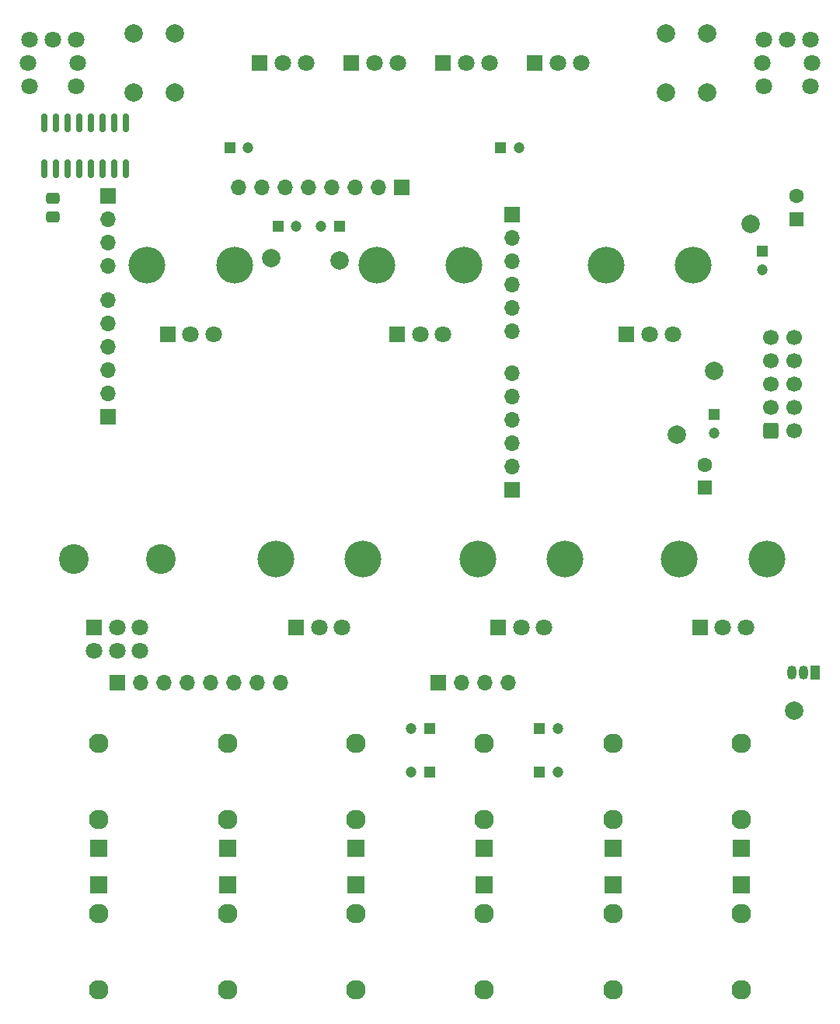
<source format=gts>
G04 #@! TF.GenerationSoftware,KiCad,Pcbnew,8.0.5*
G04 #@! TF.CreationDate,2024-11-24T11:32:17+01:00*
G04 #@! TF.ProjectId,wolkje,776f6c6b-6a65-42e6-9b69-6361645f7063,rev?*
G04 #@! TF.SameCoordinates,Original*
G04 #@! TF.FileFunction,Soldermask,Top*
G04 #@! TF.FilePolarity,Negative*
%FSLAX46Y46*%
G04 Gerber Fmt 4.6, Leading zero omitted, Abs format (unit mm)*
G04 Created by KiCad (PCBNEW 8.0.5) date 2024-11-24 11:32:17*
%MOMM*%
%LPD*%
G01*
G04 APERTURE LIST*
G04 Aperture macros list*
%AMRoundRect*
0 Rectangle with rounded corners*
0 $1 Rounding radius*
0 $2 $3 $4 $5 $6 $7 $8 $9 X,Y pos of 4 corners*
0 Add a 4 corners polygon primitive as box body*
4,1,4,$2,$3,$4,$5,$6,$7,$8,$9,$2,$3,0*
0 Add four circle primitives for the rounded corners*
1,1,$1+$1,$2,$3*
1,1,$1+$1,$4,$5*
1,1,$1+$1,$6,$7*
1,1,$1+$1,$8,$9*
0 Add four rect primitives between the rounded corners*
20,1,$1+$1,$2,$3,$4,$5,0*
20,1,$1+$1,$4,$5,$6,$7,0*
20,1,$1+$1,$6,$7,$8,$9,0*
20,1,$1+$1,$8,$9,$2,$3,0*%
G04 Aperture macros list end*
%ADD10O,4.000000X4.000000*%
%ADD11R,1.800000X1.800000*%
%ADD12C,1.800000*%
%ADD13R,1.930000X1.830000*%
%ADD14C,2.130000*%
%ADD15RoundRect,0.150000X-0.150000X0.825000X-0.150000X-0.825000X0.150000X-0.825000X0.150000X0.825000X0*%
%ADD16C,2.000000*%
%ADD17C,3.240000*%
%ADD18RoundRect,0.250000X0.475000X-0.337500X0.475000X0.337500X-0.475000X0.337500X-0.475000X-0.337500X0*%
%ADD19R,1.200000X1.200000*%
%ADD20C,1.200000*%
%ADD21R,1.050000X1.500000*%
%ADD22O,1.050000X1.500000*%
%ADD23R,1.700000X1.700000*%
%ADD24O,1.700000X1.700000*%
%ADD25RoundRect,0.250000X-0.600000X-0.600000X0.600000X-0.600000X0.600000X0.600000X-0.600000X0.600000X0*%
%ADD26C,1.700000*%
%ADD27R,1.600000X1.600000*%
%ADD28C,1.600000*%
G04 APERTURE END LIST*
D10*
X90250000Y-78000000D03*
X99750000Y-78000000D03*
D11*
X92500000Y-85500000D03*
D12*
X95000000Y-85500000D03*
X97500000Y-85500000D03*
D13*
X74000000Y-145520000D03*
D14*
X74000000Y-156920000D03*
X74000000Y-148620000D03*
D10*
X101250000Y-110000000D03*
X110750000Y-110000000D03*
D11*
X103500000Y-117500000D03*
D12*
X106000000Y-117500000D03*
X108500000Y-117500000D03*
D13*
X60000000Y-141480000D03*
D14*
X60000000Y-130080000D03*
X60000000Y-138380000D03*
D10*
X115250000Y-78000000D03*
X124750000Y-78000000D03*
D11*
X117500000Y-85500000D03*
D12*
X120000000Y-85500000D03*
X122500000Y-85500000D03*
D10*
X123250000Y-110000000D03*
X132750000Y-110000000D03*
D11*
X125500000Y-117500000D03*
D12*
X128000000Y-117500000D03*
X130500000Y-117500000D03*
D11*
X77460000Y-56000000D03*
D12*
X82540000Y-56000000D03*
X80000000Y-56000000D03*
D13*
X130000000Y-145520000D03*
D14*
X130000000Y-156920000D03*
X130000000Y-148620000D03*
D15*
X62945000Y-62525000D03*
X61675000Y-62525000D03*
X60405000Y-62525000D03*
X59135000Y-62525000D03*
X57865000Y-62525000D03*
X56595000Y-62525000D03*
X55325000Y-62525000D03*
X54055000Y-62525000D03*
X54055000Y-67475000D03*
X55325000Y-67475000D03*
X56595000Y-67475000D03*
X57865000Y-67475000D03*
X59135000Y-67475000D03*
X60405000Y-67475000D03*
X61675000Y-67475000D03*
X62945000Y-67475000D03*
D13*
X116000000Y-145520000D03*
D14*
X116000000Y-156920000D03*
X116000000Y-148620000D03*
D13*
X130000000Y-141480000D03*
D14*
X130000000Y-130080000D03*
X130000000Y-138380000D03*
D11*
X97460000Y-56000000D03*
D12*
X102540000Y-56000000D03*
X100000000Y-56000000D03*
X132460000Y-58540000D03*
X137540000Y-58540000D03*
X132460000Y-53460000D03*
X137540000Y-53460000D03*
X135000000Y-53460000D03*
X132300000Y-56000000D03*
X137700000Y-56000000D03*
D16*
X63750000Y-59250000D03*
X63750000Y-52750000D03*
X68250000Y-59250000D03*
X68250000Y-52750000D03*
D10*
X79250000Y-110000000D03*
X88750000Y-110000000D03*
D11*
X81500000Y-117500000D03*
D12*
X84000000Y-117500000D03*
X86500000Y-117500000D03*
D16*
X121750000Y-59250000D03*
X121750000Y-52750000D03*
X126250000Y-59250000D03*
X126250000Y-52750000D03*
D17*
X57250000Y-110000000D03*
X66750000Y-110000000D03*
D11*
X59500000Y-117500000D03*
D12*
X62000000Y-117500000D03*
X64500000Y-117500000D03*
X59500000Y-120000000D03*
X62000000Y-120000000D03*
X64500000Y-120000000D03*
D13*
X88000000Y-141480000D03*
D14*
X88000000Y-130080000D03*
X88000000Y-138380000D03*
D13*
X102000000Y-141480000D03*
D14*
X102000000Y-130080000D03*
X102000000Y-138380000D03*
D13*
X88000000Y-145520000D03*
D14*
X88000000Y-156920000D03*
X88000000Y-148620000D03*
D11*
X107460000Y-56000000D03*
D12*
X112540000Y-56000000D03*
X110000000Y-56000000D03*
D10*
X65250000Y-78000000D03*
X74750000Y-78000000D03*
D11*
X67500000Y-85500000D03*
D12*
X70000000Y-85500000D03*
X72500000Y-85500000D03*
D13*
X60000000Y-145520000D03*
D14*
X60000000Y-156920000D03*
X60000000Y-148620000D03*
D13*
X116000000Y-141480000D03*
D14*
X116000000Y-130080000D03*
X116000000Y-138380000D03*
D12*
X52460000Y-58540000D03*
X57540000Y-58540000D03*
X52460000Y-53460000D03*
X57540000Y-53460000D03*
X55000000Y-53460000D03*
X52300000Y-56000000D03*
X57700000Y-56000000D03*
D18*
X55000000Y-72787500D03*
X55000000Y-70712500D03*
D13*
X102000000Y-145520000D03*
D14*
X102000000Y-156920000D03*
X102000000Y-148620000D03*
D13*
X74000000Y-141480000D03*
D14*
X74000000Y-130080000D03*
X74000000Y-138380000D03*
D11*
X87460000Y-56000000D03*
D12*
X92540000Y-56000000D03*
X90000000Y-56000000D03*
D19*
X132250000Y-76500000D03*
D20*
X132250000Y-78500000D03*
D21*
X138020000Y-122360000D03*
D22*
X136750000Y-122360000D03*
X135480000Y-122360000D03*
D23*
X105000000Y-72500000D03*
D24*
X105000000Y-75040000D03*
X105000000Y-77580000D03*
X105000000Y-80120000D03*
X105000000Y-82660000D03*
X105000000Y-85200000D03*
X105000000Y-89800000D03*
X105000000Y-92340000D03*
X105000000Y-94880000D03*
X105000000Y-97420000D03*
X105000000Y-99960000D03*
D23*
X105000000Y-102500000D03*
D24*
X104620000Y-123500000D03*
X102080000Y-123500000D03*
X99540000Y-123500000D03*
D23*
X97000000Y-123500000D03*
D24*
X79780000Y-123500000D03*
X77240000Y-123500000D03*
X74700000Y-123500000D03*
X72160000Y-123500000D03*
X69620000Y-123500000D03*
X67080000Y-123500000D03*
X64540000Y-123500000D03*
D23*
X62000000Y-123500000D03*
X61000000Y-94500000D03*
D24*
X61000000Y-91960000D03*
X61000000Y-89420000D03*
X61000000Y-86880000D03*
X61000000Y-84340000D03*
X61000000Y-81800000D03*
X61000000Y-78120000D03*
X61000000Y-75580000D03*
X61000000Y-73040000D03*
D23*
X61000000Y-70500000D03*
D24*
X75220000Y-69500000D03*
X77760000Y-69500000D03*
X80300000Y-69500000D03*
X82840000Y-69500000D03*
X85380000Y-69500000D03*
X87920000Y-69500000D03*
X90460000Y-69500000D03*
D23*
X93000000Y-69500000D03*
D16*
X135750000Y-126500000D03*
D25*
X133210000Y-96000000D03*
D26*
X135750000Y-96000000D03*
X133210000Y-93460000D03*
X135750000Y-93460000D03*
X133210000Y-90920000D03*
X135750000Y-90920000D03*
X133210000Y-88380000D03*
X135750000Y-88380000D03*
X133210000Y-85840000D03*
X135750000Y-85840000D03*
D19*
X103777401Y-65250000D03*
D20*
X105777401Y-65250000D03*
D27*
X136000000Y-73000000D03*
D28*
X136000000Y-70500000D03*
D27*
X126000000Y-102250000D03*
D28*
X126000000Y-99750000D03*
D19*
X96000000Y-133250000D03*
D20*
X94000000Y-133250000D03*
D16*
X131000000Y-73500000D03*
D19*
X127000000Y-94277401D03*
D20*
X127000000Y-96277401D03*
D16*
X86250000Y-77500000D03*
X123000000Y-96500000D03*
D19*
X74250000Y-65250000D03*
D20*
X76250000Y-65250000D03*
D16*
X127000000Y-89500000D03*
D19*
X79500000Y-73750000D03*
D20*
X81500000Y-73750000D03*
D19*
X96000000Y-128500000D03*
D20*
X94000000Y-128500000D03*
D16*
X78750000Y-77250000D03*
D19*
X108000000Y-128500000D03*
D20*
X110000000Y-128500000D03*
D19*
X108000000Y-133250000D03*
D20*
X110000000Y-133250000D03*
D19*
X86222600Y-73750000D03*
D20*
X84222600Y-73750000D03*
M02*

</source>
